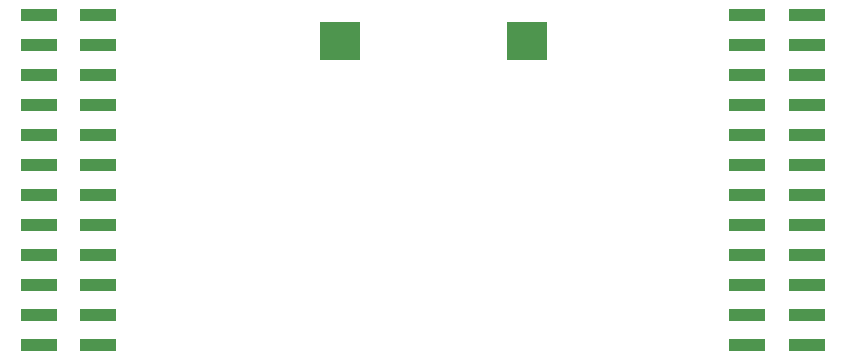
<source format=gbr>
%TF.GenerationSoftware,KiCad,Pcbnew,6.0.1*%
%TF.CreationDate,2022-02-08T14:36:58-06:00*%
%TF.ProjectId,FCB,4643422e-6b69-4636-9164-5f7063625858,rev?*%
%TF.SameCoordinates,Original*%
%TF.FileFunction,Paste,Bot*%
%TF.FilePolarity,Positive*%
%FSLAX46Y46*%
G04 Gerber Fmt 4.6, Leading zero omitted, Abs format (unit mm)*
G04 Created by KiCad (PCBNEW 6.0.1) date 2022-02-08 14:36:58*
%MOMM*%
%LPD*%
G01*
G04 APERTURE LIST*
%ADD10R,3.150000X1.000000*%
%ADD11R,3.500000X3.300000*%
G04 APERTURE END LIST*
D10*
%TO.C,J2*%
X27475000Y-6970000D03*
X32525000Y-6970000D03*
X27475000Y-4430000D03*
X32525000Y-4430000D03*
X27475000Y-1890000D03*
X32525000Y-1890000D03*
X27475000Y650000D03*
X32525000Y650000D03*
X27475000Y3190000D03*
X32525000Y3190000D03*
X27475000Y5730000D03*
X32525000Y5730000D03*
X27475000Y8270000D03*
X32525000Y8270000D03*
X27475000Y10810000D03*
X32525000Y10810000D03*
X27475000Y13350000D03*
X32525000Y13350000D03*
X27475000Y15890000D03*
X32525000Y15890000D03*
X27475000Y18430000D03*
X32525000Y18430000D03*
X27475000Y20970000D03*
X32525000Y20970000D03*
%TD*%
%TO.C,J4*%
X-27475000Y20970000D03*
X-32525000Y20970000D03*
X-27475000Y18430000D03*
X-32525000Y18430000D03*
X-27475000Y15890000D03*
X-32525000Y15890000D03*
X-27475000Y13350000D03*
X-32525000Y13350000D03*
X-27475000Y10810000D03*
X-32525000Y10810000D03*
X-27475000Y8270000D03*
X-32525000Y8270000D03*
X-27475000Y5730000D03*
X-32525000Y5730000D03*
X-27475000Y3190000D03*
X-32525000Y3190000D03*
X-27475000Y650000D03*
X-32525000Y650000D03*
X-27475000Y-1890000D03*
X-32525000Y-1890000D03*
X-27475000Y-4430000D03*
X-32525000Y-4430000D03*
X-27475000Y-6970000D03*
X-32525000Y-6970000D03*
%TD*%
D11*
%TO.C,BT1*%
X8800000Y18750000D03*
X-7000000Y18750000D03*
%TD*%
M02*

</source>
